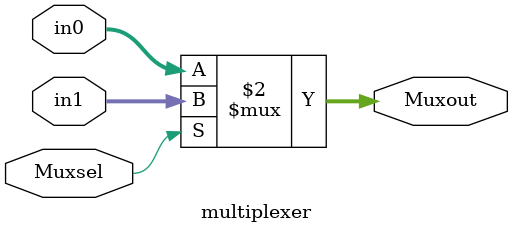
<source format=v>
`timescale 10ns/1ns
module multiplexer(Muxsel,in0,in1,Muxout);
input [31:0] in0, in1;
input Muxsel;
output reg [31:0] Muxout;
always @(Muxsel,in0,in1)
//always @(*) 
begin
 Muxout <= Muxsel? in1 : in0;
/*
case(Muxsel)
0:Muxout <= in0;
1:Muxout <= in1;
endcase
*/
end
endmodule


</source>
